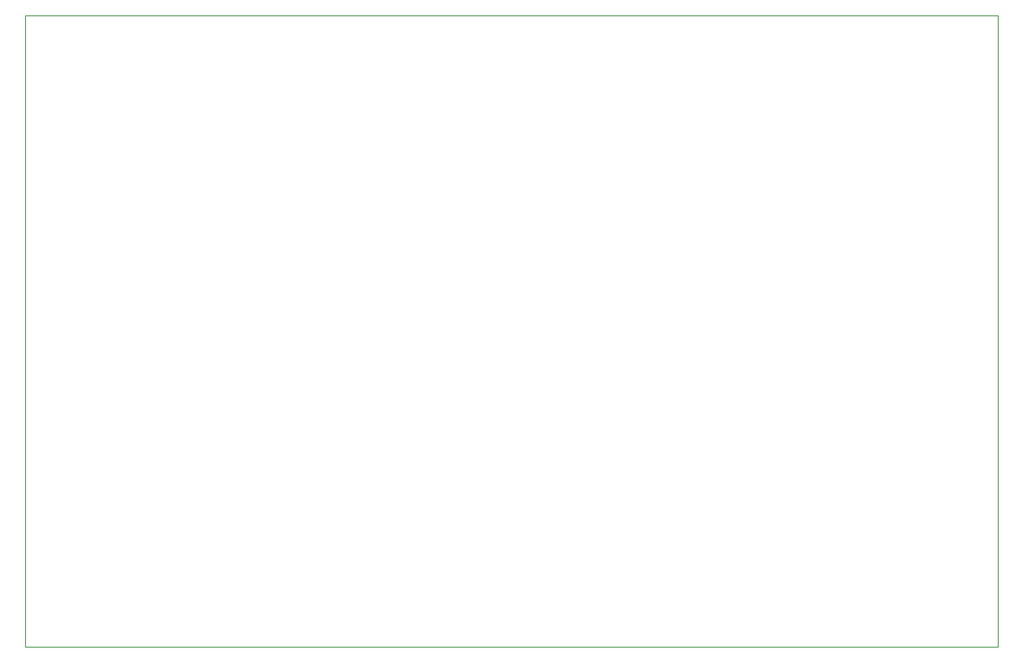
<source format=gbr>
%TF.GenerationSoftware,KiCad,Pcbnew,(6.0.4)*%
%TF.CreationDate,2022-06-07T12:50:28-04:00*%
%TF.ProjectId,midimania,6d696469-6d61-46e6-9961-2e6b69636164,rev?*%
%TF.SameCoordinates,Original*%
%TF.FileFunction,Profile,NP*%
%FSLAX46Y46*%
G04 Gerber Fmt 4.6, Leading zero omitted, Abs format (unit mm)*
G04 Created by KiCad (PCBNEW (6.0.4)) date 2022-06-07 12:50:28*
%MOMM*%
%LPD*%
G01*
G04 APERTURE LIST*
%TA.AperFunction,Profile*%
%ADD10C,0.100000*%
%TD*%
G04 APERTURE END LIST*
D10*
X100000000Y-70000000D02*
X201400000Y-70000000D01*
X201400000Y-70000000D02*
X201400000Y-135750000D01*
X201400000Y-135750000D02*
X100000000Y-135750000D01*
X100000000Y-135750000D02*
X100000000Y-70000000D01*
M02*

</source>
